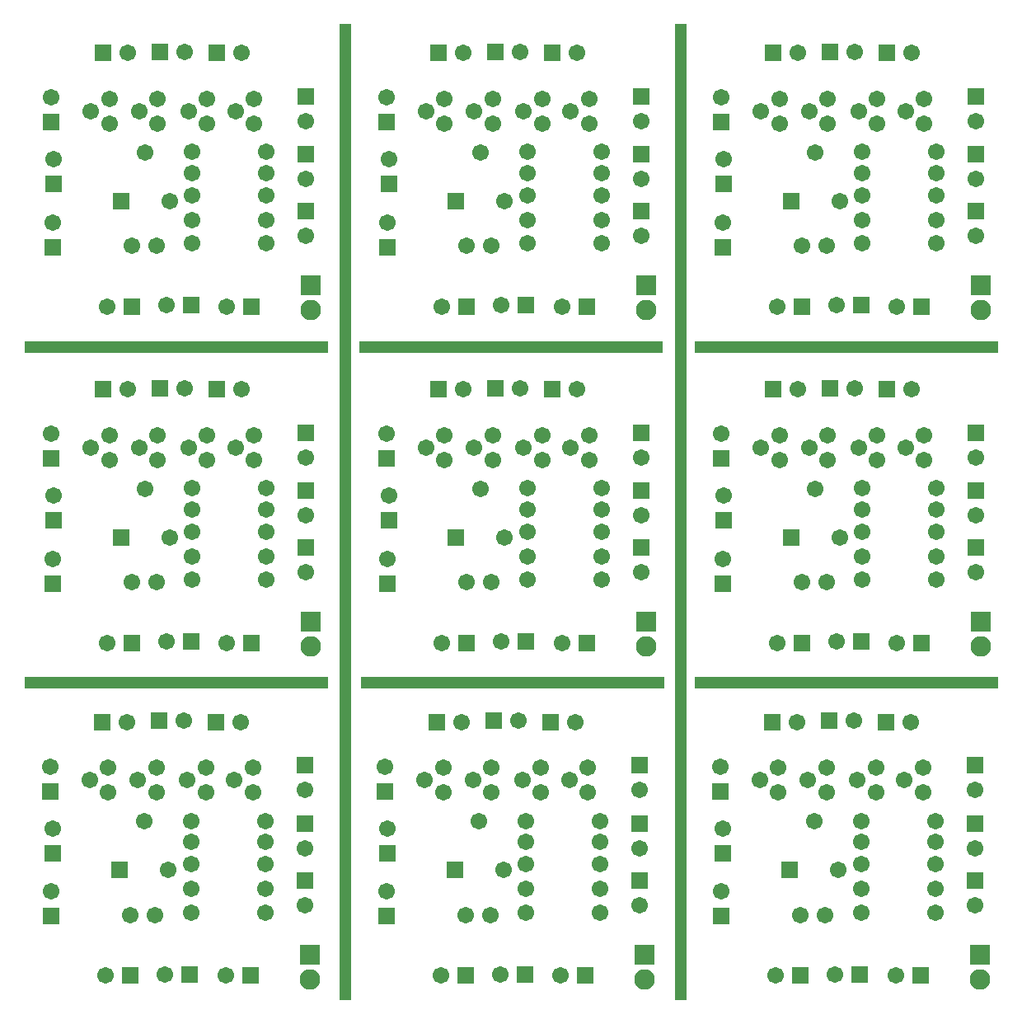
<source format=gts>
G04 Layer_Color=8388736*
%FSLAX25Y25*%
%MOIN*%
G70*
G01*
G75*
%ADD27R,1.22847X0.04737*%
%ADD28R,0.04737X3.94501*%
%ADD29C,0.06706*%
%ADD30R,0.06706X0.06706*%
%ADD31R,0.06706X0.06706*%
%ADD32C,0.08280*%
%ADD33R,0.07887X0.07887*%
%ADD34C,0.06737*%
%ADD35R,0.06737X0.06737*%
D27*
X200500Y132000D02*
D03*
X335500D02*
D03*
Y267500D02*
D03*
X200000D02*
D03*
X64500D02*
D03*
Y132000D02*
D03*
D28*
X268500Y201000D02*
D03*
X133000D02*
D03*
D29*
X14000Y232500D02*
D03*
X15000Y207500D02*
D03*
X14500Y182000D02*
D03*
X36500Y148000D02*
D03*
X60500Y148500D02*
D03*
X85000Y148000D02*
D03*
X117000Y176500D02*
D03*
Y199500D02*
D03*
Y223000D02*
D03*
X91000Y250500D02*
D03*
X68000Y251000D02*
D03*
X45000Y250500D02*
D03*
X46500Y172500D02*
D03*
X56500D02*
D03*
X96000Y232000D02*
D03*
X88500Y227000D02*
D03*
X96000Y222000D02*
D03*
X77000Y232000D02*
D03*
X69500Y227000D02*
D03*
X77000Y222000D02*
D03*
X57000Y232000D02*
D03*
X49500Y227000D02*
D03*
X57000Y222000D02*
D03*
X37500Y232000D02*
D03*
X30000Y227000D02*
D03*
X37500Y222000D02*
D03*
X101000Y193000D02*
D03*
X71000D02*
D03*
X101000Y202000D02*
D03*
X71000D02*
D03*
X101000Y183000D02*
D03*
X71000D02*
D03*
Y210500D02*
D03*
X101000D02*
D03*
Y173500D02*
D03*
X71000D02*
D03*
X372000D02*
D03*
X342000D02*
D03*
Y210500D02*
D03*
X372000D02*
D03*
Y183000D02*
D03*
X342000D02*
D03*
X372000Y202000D02*
D03*
X342000D02*
D03*
X372000Y193000D02*
D03*
X342000D02*
D03*
X308500Y232000D02*
D03*
X301000Y227000D02*
D03*
X308500Y222000D02*
D03*
X328000Y232000D02*
D03*
X320500Y227000D02*
D03*
X328000Y222000D02*
D03*
X348000Y232000D02*
D03*
X340500Y227000D02*
D03*
X348000Y222000D02*
D03*
X367000Y232000D02*
D03*
X359500Y227000D02*
D03*
X367000Y222000D02*
D03*
X317500Y172500D02*
D03*
X327500D02*
D03*
X316000Y250500D02*
D03*
X339000Y251000D02*
D03*
X362000Y250500D02*
D03*
X388000Y223000D02*
D03*
Y199500D02*
D03*
Y176500D02*
D03*
X356000Y148000D02*
D03*
X331500Y148500D02*
D03*
X307500Y148000D02*
D03*
X285500Y182000D02*
D03*
X286000Y207500D02*
D03*
X285000Y232500D02*
D03*
X236500Y173500D02*
D03*
X206500D02*
D03*
Y210500D02*
D03*
X236500D02*
D03*
Y183000D02*
D03*
X206500D02*
D03*
X236500Y202000D02*
D03*
X206500D02*
D03*
X236500Y193000D02*
D03*
X206500D02*
D03*
X173000Y232000D02*
D03*
X165500Y227000D02*
D03*
X173000Y222000D02*
D03*
X192500Y232000D02*
D03*
X185000Y227000D02*
D03*
X192500Y222000D02*
D03*
X212500Y232000D02*
D03*
X205000Y227000D02*
D03*
X212500Y222000D02*
D03*
X231500Y232000D02*
D03*
X224000Y227000D02*
D03*
X231500Y222000D02*
D03*
X182000Y172500D02*
D03*
X192000D02*
D03*
X180500Y250500D02*
D03*
X203500Y251000D02*
D03*
X226500Y250500D02*
D03*
X252500Y223000D02*
D03*
Y199500D02*
D03*
Y176500D02*
D03*
X220500Y148000D02*
D03*
X196000Y148500D02*
D03*
X172000Y148000D02*
D03*
X150000Y182000D02*
D03*
X150500Y207500D02*
D03*
X149500Y232500D02*
D03*
X14000Y368500D02*
D03*
X15000Y343500D02*
D03*
X14500Y318000D02*
D03*
X36500Y284000D02*
D03*
X60500Y284500D02*
D03*
X85000Y284000D02*
D03*
X117000Y312500D02*
D03*
Y335500D02*
D03*
Y359000D02*
D03*
X91000Y386500D02*
D03*
X68000Y387000D02*
D03*
X45000Y386500D02*
D03*
X46500Y308500D02*
D03*
X56500D02*
D03*
X96000Y368000D02*
D03*
X88500Y363000D02*
D03*
X96000Y358000D02*
D03*
X77000Y368000D02*
D03*
X69500Y363000D02*
D03*
X77000Y358000D02*
D03*
X57000Y368000D02*
D03*
X49500Y363000D02*
D03*
X57000Y358000D02*
D03*
X37500Y368000D02*
D03*
X30000Y363000D02*
D03*
X37500Y358000D02*
D03*
X101000Y329000D02*
D03*
X71000D02*
D03*
X101000Y338000D02*
D03*
X71000D02*
D03*
X101000Y319000D02*
D03*
X71000D02*
D03*
Y346500D02*
D03*
X101000D02*
D03*
Y309500D02*
D03*
X71000D02*
D03*
X372000D02*
D03*
X342000D02*
D03*
Y346500D02*
D03*
X372000D02*
D03*
Y319000D02*
D03*
X342000D02*
D03*
X372000Y338000D02*
D03*
X342000D02*
D03*
X372000Y329000D02*
D03*
X342000D02*
D03*
X308500Y368000D02*
D03*
X301000Y363000D02*
D03*
X308500Y358000D02*
D03*
X328000Y368000D02*
D03*
X320500Y363000D02*
D03*
X328000Y358000D02*
D03*
X348000Y368000D02*
D03*
X340500Y363000D02*
D03*
X348000Y358000D02*
D03*
X367000Y368000D02*
D03*
X359500Y363000D02*
D03*
X367000Y358000D02*
D03*
X317500Y308500D02*
D03*
X327500D02*
D03*
X316000Y386500D02*
D03*
X339000Y387000D02*
D03*
X362000Y386500D02*
D03*
X388000Y359000D02*
D03*
Y335500D02*
D03*
Y312500D02*
D03*
X356000Y284000D02*
D03*
X331500Y284500D02*
D03*
X307500Y284000D02*
D03*
X285500Y318000D02*
D03*
X286000Y343500D02*
D03*
X285000Y368500D02*
D03*
X236500Y309500D02*
D03*
X206500D02*
D03*
Y346500D02*
D03*
X236500D02*
D03*
Y319000D02*
D03*
X206500D02*
D03*
X236500Y338000D02*
D03*
X206500D02*
D03*
X236500Y329000D02*
D03*
X206500D02*
D03*
X173000Y368000D02*
D03*
X165500Y363000D02*
D03*
X173000Y358000D02*
D03*
X192500Y368000D02*
D03*
X185000Y363000D02*
D03*
X192500Y358000D02*
D03*
X212500Y368000D02*
D03*
X205000Y363000D02*
D03*
X212500Y358000D02*
D03*
X231500Y368000D02*
D03*
X224000Y363000D02*
D03*
X231500Y358000D02*
D03*
X182000Y308500D02*
D03*
X192000D02*
D03*
X180500Y386500D02*
D03*
X203500Y387000D02*
D03*
X226500Y386500D02*
D03*
X252500Y359000D02*
D03*
Y335500D02*
D03*
Y312500D02*
D03*
X220500Y284000D02*
D03*
X196000Y284500D02*
D03*
X172000Y284000D02*
D03*
X150000Y318000D02*
D03*
X150500Y343500D02*
D03*
X149500Y368500D02*
D03*
X149000Y98000D02*
D03*
X150000Y73000D02*
D03*
X149500Y47500D02*
D03*
X171500Y13500D02*
D03*
X195500Y14000D02*
D03*
X220000Y13500D02*
D03*
X252000Y42000D02*
D03*
Y65000D02*
D03*
Y88500D02*
D03*
X226000Y116000D02*
D03*
X203000Y116500D02*
D03*
X180000Y116000D02*
D03*
X181500Y38000D02*
D03*
X191500D02*
D03*
X231000Y97500D02*
D03*
X223500Y92500D02*
D03*
X231000Y87500D02*
D03*
X212000Y97500D02*
D03*
X204500Y92500D02*
D03*
X212000Y87500D02*
D03*
X192000Y97500D02*
D03*
X184500Y92500D02*
D03*
X192000Y87500D02*
D03*
X172500Y97500D02*
D03*
X165000Y92500D02*
D03*
X172500Y87500D02*
D03*
X236000Y58500D02*
D03*
X206000D02*
D03*
X236000Y67500D02*
D03*
X206000D02*
D03*
X236000Y48500D02*
D03*
X206000D02*
D03*
Y76000D02*
D03*
X236000D02*
D03*
Y39000D02*
D03*
X206000D02*
D03*
X284500Y98000D02*
D03*
X285500Y73000D02*
D03*
X285000Y47500D02*
D03*
X307000Y13500D02*
D03*
X331000Y14000D02*
D03*
X355500Y13500D02*
D03*
X387500Y42000D02*
D03*
Y65000D02*
D03*
Y88500D02*
D03*
X361500Y116000D02*
D03*
X338500Y116500D02*
D03*
X315500Y116000D02*
D03*
X317000Y38000D02*
D03*
X327000D02*
D03*
X366500Y97500D02*
D03*
X359000Y92500D02*
D03*
X366500Y87500D02*
D03*
X347500Y97500D02*
D03*
X340000Y92500D02*
D03*
X347500Y87500D02*
D03*
X327500Y97500D02*
D03*
X320000Y92500D02*
D03*
X327500Y87500D02*
D03*
X308000Y97500D02*
D03*
X300500Y92500D02*
D03*
X308000Y87500D02*
D03*
X371500Y58500D02*
D03*
X341500D02*
D03*
X371500Y67500D02*
D03*
X341500D02*
D03*
X371500Y48500D02*
D03*
X341500D02*
D03*
Y76000D02*
D03*
X371500D02*
D03*
Y39000D02*
D03*
X341500D02*
D03*
X46000Y38000D02*
D03*
X56000D02*
D03*
X37000Y97500D02*
D03*
X29500Y92500D02*
D03*
X37000Y87500D02*
D03*
X56500Y97500D02*
D03*
X49000Y92500D02*
D03*
X56500Y87500D02*
D03*
X76500Y97500D02*
D03*
X69000Y92500D02*
D03*
X76500Y87500D02*
D03*
X95500Y97500D02*
D03*
X88000Y92500D02*
D03*
X95500Y87500D02*
D03*
X44500Y116000D02*
D03*
X67500Y116500D02*
D03*
X90500Y116000D02*
D03*
X116500Y88500D02*
D03*
Y65000D02*
D03*
Y42000D02*
D03*
X84500Y13500D02*
D03*
X60000Y14000D02*
D03*
X36000Y13500D02*
D03*
X14000Y47500D02*
D03*
X14500Y73000D02*
D03*
X13500Y98000D02*
D03*
X100500Y39000D02*
D03*
X70500D02*
D03*
Y76000D02*
D03*
X100500D02*
D03*
Y48500D02*
D03*
X70500D02*
D03*
X100500Y67500D02*
D03*
X70500D02*
D03*
X100500Y58500D02*
D03*
X70500D02*
D03*
D30*
X14000Y222500D02*
D03*
X15000Y197500D02*
D03*
X14500Y172000D02*
D03*
X117000Y186500D02*
D03*
Y209500D02*
D03*
Y233000D02*
D03*
X388000D02*
D03*
Y209500D02*
D03*
Y186500D02*
D03*
X285500Y172000D02*
D03*
X286000Y197500D02*
D03*
X285000Y222500D02*
D03*
X252500Y233000D02*
D03*
Y209500D02*
D03*
Y186500D02*
D03*
X150000Y172000D02*
D03*
X150500Y197500D02*
D03*
X149500Y222500D02*
D03*
X14000Y358500D02*
D03*
X15000Y333500D02*
D03*
X14500Y308000D02*
D03*
X117000Y322500D02*
D03*
Y345500D02*
D03*
Y369000D02*
D03*
X388000D02*
D03*
Y345500D02*
D03*
Y322500D02*
D03*
X285500Y308000D02*
D03*
X286000Y333500D02*
D03*
X285000Y358500D02*
D03*
X252500Y369000D02*
D03*
Y345500D02*
D03*
Y322500D02*
D03*
X150000Y308000D02*
D03*
X150500Y333500D02*
D03*
X149500Y358500D02*
D03*
X149000Y88000D02*
D03*
X150000Y63000D02*
D03*
X149500Y37500D02*
D03*
X252000Y52000D02*
D03*
Y75000D02*
D03*
Y98500D02*
D03*
X284500Y88000D02*
D03*
X285500Y63000D02*
D03*
X285000Y37500D02*
D03*
X387500Y52000D02*
D03*
Y75000D02*
D03*
Y98500D02*
D03*
X116500D02*
D03*
Y75000D02*
D03*
Y52000D02*
D03*
X14000Y37500D02*
D03*
X14500Y63000D02*
D03*
X13500Y88000D02*
D03*
D31*
X46500Y148000D02*
D03*
X70500Y148500D02*
D03*
X95000Y148000D02*
D03*
X81000Y250500D02*
D03*
X58000Y251000D02*
D03*
X35000Y250500D02*
D03*
X306000D02*
D03*
X329000Y251000D02*
D03*
X352000Y250500D02*
D03*
X366000Y148000D02*
D03*
X341500Y148500D02*
D03*
X317500Y148000D02*
D03*
X170500Y250500D02*
D03*
X193500Y251000D02*
D03*
X216500Y250500D02*
D03*
X230500Y148000D02*
D03*
X206000Y148500D02*
D03*
X182000Y148000D02*
D03*
X46500Y284000D02*
D03*
X70500Y284500D02*
D03*
X95000Y284000D02*
D03*
X81000Y386500D02*
D03*
X58000Y387000D02*
D03*
X35000Y386500D02*
D03*
X306000D02*
D03*
X329000Y387000D02*
D03*
X352000Y386500D02*
D03*
X366000Y284000D02*
D03*
X341500Y284500D02*
D03*
X317500Y284000D02*
D03*
X170500Y386500D02*
D03*
X193500Y387000D02*
D03*
X216500Y386500D02*
D03*
X230500Y284000D02*
D03*
X206000Y284500D02*
D03*
X182000Y284000D02*
D03*
X181500Y13500D02*
D03*
X205500Y14000D02*
D03*
X230000Y13500D02*
D03*
X216000Y116000D02*
D03*
X193000Y116500D02*
D03*
X170000Y116000D02*
D03*
X317000Y13500D02*
D03*
X341000Y14000D02*
D03*
X365500Y13500D02*
D03*
X351500Y116000D02*
D03*
X328500Y116500D02*
D03*
X305500Y116000D02*
D03*
X34500D02*
D03*
X57500Y116500D02*
D03*
X80500Y116000D02*
D03*
X94500Y13500D02*
D03*
X70000Y14000D02*
D03*
X46000Y13500D02*
D03*
D32*
X119000Y146500D02*
D03*
X390000D02*
D03*
X254500D02*
D03*
X119000Y282500D02*
D03*
X390000D02*
D03*
X254500D02*
D03*
X254000Y12000D02*
D03*
X389500D02*
D03*
X118500D02*
D03*
D33*
X119000Y156500D02*
D03*
X390000D02*
D03*
X254500D02*
D03*
X119000Y292500D02*
D03*
X390000D02*
D03*
X254500D02*
D03*
X254000Y22000D02*
D03*
X389500D02*
D03*
X118500D02*
D03*
D34*
X61843Y190657D02*
D03*
X52000Y210343D02*
D03*
X332843Y190657D02*
D03*
X323000Y210343D02*
D03*
X197343Y190657D02*
D03*
X187500Y210343D02*
D03*
X61843Y326657D02*
D03*
X52000Y346343D02*
D03*
X332843Y326657D02*
D03*
X323000Y346343D02*
D03*
X197343Y326657D02*
D03*
X187500Y346343D02*
D03*
X196843Y56157D02*
D03*
X187000Y75843D02*
D03*
X332343Y56157D02*
D03*
X322500Y75843D02*
D03*
X61343Y56157D02*
D03*
X51500Y75843D02*
D03*
D35*
X42157Y190657D02*
D03*
X313157D02*
D03*
X177657D02*
D03*
X42157Y326657D02*
D03*
X313157D02*
D03*
X177657D02*
D03*
X177157Y56157D02*
D03*
X312657D02*
D03*
X41657D02*
D03*
M02*

</source>
